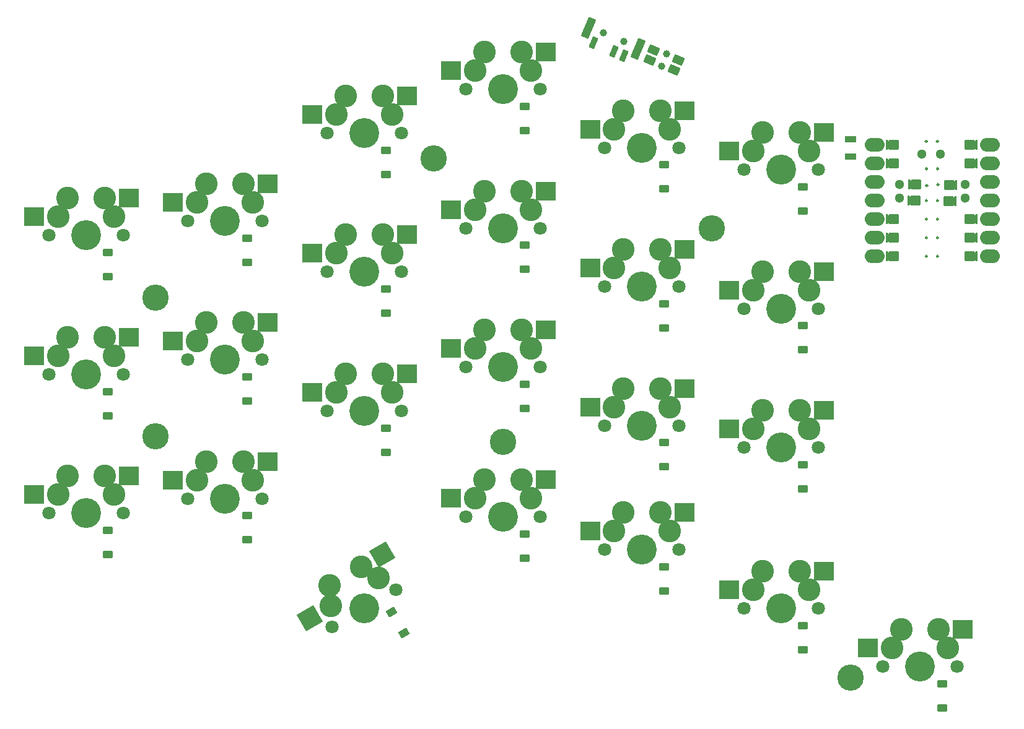
<source format=gbr>
%TF.GenerationSoftware,KiCad,Pcbnew,(6.0.9)*%
%TF.CreationDate,2023-04-16T18:35:51+02:00*%
%TF.ProjectId,iteMX_pcb,6974654d-585f-4706-9362-2e6b69636164,v1.0.0*%
%TF.SameCoordinates,Original*%
%TF.FileFunction,Soldermask,Bot*%
%TF.FilePolarity,Negative*%
%FSLAX46Y46*%
G04 Gerber Fmt 4.6, Leading zero omitted, Abs format (unit mm)*
G04 Created by KiCad (PCBNEW (6.0.9)) date 2023-04-16 18:35:51*
%MOMM*%
%LPD*%
G01*
G04 APERTURE LIST*
G04 Aperture macros list*
%AMRoundRect*
0 Rectangle with rounded corners*
0 $1 Rounding radius*
0 $2 $3 $4 $5 $6 $7 $8 $9 X,Y pos of 4 corners*
0 Add a 4 corners polygon primitive as box body*
4,1,4,$2,$3,$4,$5,$6,$7,$8,$9,$2,$3,0*
0 Add four circle primitives for the rounded corners*
1,1,$1+$1,$2,$3*
1,1,$1+$1,$4,$5*
1,1,$1+$1,$6,$7*
1,1,$1+$1,$8,$9*
0 Add four rect primitives between the rounded corners*
20,1,$1+$1,$2,$3,$4,$5,0*
20,1,$1+$1,$4,$5,$6,$7,0*
20,1,$1+$1,$6,$7,$8,$9,0*
20,1,$1+$1,$8,$9,$2,$3,0*%
%AMFreePoly0*
4,1,14,0.635355,0.435355,0.650000,0.400000,0.650000,0.200000,0.635355,0.164645,0.035355,-0.435355,0.000000,-0.450000,-0.035355,-0.435355,-0.635355,0.164645,-0.650000,0.200000,-0.650000,0.400000,-0.635355,0.435355,-0.600000,0.450000,0.600000,0.450000,0.635355,0.435355,0.635355,0.435355,$1*%
%AMFreePoly1*
4,1,16,0.635355,1.035355,0.650000,1.000000,0.650000,-0.250000,0.635355,-0.285355,0.600000,-0.300000,-0.600000,-0.300000,-0.635355,-0.285355,-0.650000,-0.250000,-0.650000,1.000000,-0.635355,1.035355,-0.600000,1.050000,-0.564645,1.035355,0.000000,0.470710,0.564645,1.035355,0.600000,1.050000,0.635355,1.035355,0.635355,1.035355,$1*%
G04 Aperture macros list end*
%ADD10C,0.250000*%
%ADD11C,0.100000*%
%ADD12C,1.801800*%
%ADD13C,3.100000*%
%ADD14C,4.087800*%
%ADD15RoundRect,0.050000X1.275000X1.250000X-1.275000X1.250000X-1.275000X-1.250000X1.275000X-1.250000X0*%
%ADD16C,3.600000*%
%ADD17C,1.000000*%
%ADD18RoundRect,0.050000X-0.989890X-1.064585X-0.068027X-1.452101X0.989890X1.064585X0.068027X1.452101X0*%
%ADD19RoundRect,0.050000X-0.613289X-0.555767X0.032015X-0.827028X0.613289X0.555767X-0.032015X0.827028X0*%
%ADD20RoundRect,0.050000X0.744615X-0.089711X0.294615X0.689711X-0.744615X0.089711X-0.294615X-0.689711X0*%
%ADD21RoundRect,0.050000X0.600000X-0.450000X0.600000X0.450000X-0.600000X0.450000X-0.600000X-0.450000X0*%
%ADD22FreePoly0,90.000000*%
%ADD23O,2.700000X1.900000*%
%ADD24FreePoly0,270.000000*%
%ADD25FreePoly1,90.000000*%
%ADD26C,1.300000*%
%ADD27FreePoly1,270.000000*%
%ADD28RoundRect,0.050000X0.441859X-0.755239X0.848750X0.212717X-0.441859X0.755239X-0.848750X-0.212717X0*%
%ADD29RoundRect,0.050000X0.479182X1.720032X-1.729182X0.445032X-0.479182X-1.720032X1.729182X-0.445032X0*%
%ADD30RoundRect,0.050000X0.750000X-0.400000X0.750000X0.400000X-0.750000X0.400000X-0.750000X-0.400000X0*%
G04 APERTURE END LIST*
D10*
%TO.C,REF\u002A\u002A*%
X116574000Y44975000D02*
G75*
G03*
X116574000Y44975000I-125000J0D01*
G01*
X116517000Y42772000D02*
G75*
G03*
X116517000Y42772000I-125000J0D01*
G01*
X115050000Y44825000D02*
G75*
G03*
X115050000Y44825000I-125000J0D01*
G01*
X114993000Y35152000D02*
G75*
G03*
X114993000Y35152000I-125000J0D01*
G01*
X114995000Y47120000D02*
G75*
G03*
X114995000Y47120000I-125000J0D01*
G01*
X114993000Y42772000D02*
G75*
G03*
X114993000Y42772000I-125000J0D01*
G01*
X114993000Y40232000D02*
G75*
G03*
X114993000Y40232000I-125000J0D01*
G01*
X116519000Y47120000D02*
G75*
G03*
X116519000Y47120000I-125000J0D01*
G01*
X114993000Y37692000D02*
G75*
G03*
X114993000Y37692000I-125000J0D01*
G01*
X114985000Y50885000D02*
G75*
G03*
X114985000Y50885000I-125000J0D01*
G01*
X116509000Y50885000D02*
G75*
G03*
X116509000Y50885000I-125000J0D01*
G01*
X116517000Y40232000D02*
G75*
G03*
X116517000Y40232000I-125000J0D01*
G01*
X116517000Y37692000D02*
G75*
G03*
X116517000Y37692000I-125000J0D01*
G01*
X116517000Y35152000D02*
G75*
G03*
X116517000Y35152000I-125000J0D01*
G01*
G36*
X118800000Y42210000D02*
G01*
X117784000Y42210000D01*
X117784000Y43226000D01*
X118800000Y43226000D01*
X118800000Y42210000D01*
G37*
D11*
X118800000Y42210000D02*
X117784000Y42210000D01*
X117784000Y43226000D01*
X118800000Y43226000D01*
X118800000Y42210000D01*
G36*
X110550000Y49884000D02*
G01*
X109534000Y49884000D01*
X109534000Y50900000D01*
X110550000Y50900000D01*
X110550000Y49884000D01*
G37*
X110550000Y49884000D02*
X109534000Y49884000D01*
X109534000Y50900000D01*
X110550000Y50900000D01*
X110550000Y49884000D01*
G36*
X113557000Y44467000D02*
G01*
X112541000Y44467000D01*
X112541000Y45483000D01*
X113557000Y45483000D01*
X113557000Y44467000D01*
G37*
X113557000Y44467000D02*
X112541000Y44467000D01*
X112541000Y45483000D01*
X113557000Y45483000D01*
X113557000Y44467000D01*
G36*
X110550000Y39724000D02*
G01*
X109534000Y39724000D01*
X109534000Y40740000D01*
X110550000Y40740000D01*
X110550000Y39724000D01*
G37*
X110550000Y39724000D02*
X109534000Y39724000D01*
X109534000Y40740000D01*
X110550000Y40740000D01*
X110550000Y39724000D01*
G36*
X110550000Y37184000D02*
G01*
X109534000Y37184000D01*
X109534000Y38200000D01*
X110550000Y38200000D01*
X110550000Y37184000D01*
G37*
X110550000Y37184000D02*
X109534000Y37184000D01*
X109534000Y38200000D01*
X110550000Y38200000D01*
X110550000Y37184000D01*
G36*
X121726000Y49884000D02*
G01*
X120710000Y49884000D01*
X120710000Y50900000D01*
X121726000Y50900000D01*
X121726000Y49884000D01*
G37*
X121726000Y49884000D02*
X120710000Y49884000D01*
X120710000Y50900000D01*
X121726000Y50900000D01*
X121726000Y49884000D01*
G36*
X118857000Y44413000D02*
G01*
X117841000Y44413000D01*
X117841000Y45429000D01*
X118857000Y45429000D01*
X118857000Y44413000D01*
G37*
X118857000Y44413000D02*
X117841000Y44413000D01*
X117841000Y45429000D01*
X118857000Y45429000D01*
X118857000Y44413000D01*
G36*
X121726000Y37184000D02*
G01*
X120710000Y37184000D01*
X120710000Y38200000D01*
X121726000Y38200000D01*
X121726000Y37184000D01*
G37*
X121726000Y37184000D02*
X120710000Y37184000D01*
X120710000Y38200000D01*
X121726000Y38200000D01*
X121726000Y37184000D01*
G36*
X121726000Y47344000D02*
G01*
X120710000Y47344000D01*
X120710000Y48360000D01*
X121726000Y48360000D01*
X121726000Y47344000D01*
G37*
X121726000Y47344000D02*
X120710000Y47344000D01*
X120710000Y48360000D01*
X121726000Y48360000D01*
X121726000Y47344000D01*
G36*
X113500000Y42264000D02*
G01*
X112484000Y42264000D01*
X112484000Y43280000D01*
X113500000Y43280000D01*
X113500000Y42264000D01*
G37*
X113500000Y42264000D02*
X112484000Y42264000D01*
X112484000Y43280000D01*
X113500000Y43280000D01*
X113500000Y42264000D01*
G36*
X110550000Y34644000D02*
G01*
X109534000Y34644000D01*
X109534000Y35660000D01*
X110550000Y35660000D01*
X110550000Y34644000D01*
G37*
X110550000Y34644000D02*
X109534000Y34644000D01*
X109534000Y35660000D01*
X110550000Y35660000D01*
X110550000Y34644000D01*
G36*
X121726000Y39724000D02*
G01*
X120710000Y39724000D01*
X120710000Y40740000D01*
X121726000Y40740000D01*
X121726000Y39724000D01*
G37*
X121726000Y39724000D02*
X120710000Y39724000D01*
X120710000Y40740000D01*
X121726000Y40740000D01*
X121726000Y39724000D01*
G36*
X110550000Y47344000D02*
G01*
X109534000Y47344000D01*
X109534000Y48360000D01*
X110550000Y48360000D01*
X110550000Y47344000D01*
G37*
X110550000Y47344000D02*
X109534000Y47344000D01*
X109534000Y48360000D01*
X110550000Y48360000D01*
X110550000Y47344000D01*
G36*
X121726000Y34644000D02*
G01*
X120710000Y34644000D01*
X120710000Y35660000D01*
X121726000Y35660000D01*
X121726000Y34644000D01*
G37*
X121726000Y34644000D02*
X120710000Y34644000D01*
X120710000Y35660000D01*
X121726000Y35660000D01*
X121726000Y34644000D01*
%TD*%
D12*
%TO.C,S3*%
X-5080000Y38000000D03*
D13*
X-3810000Y40540000D03*
X3810000Y40540000D03*
X-2540000Y43080000D03*
D14*
X0Y38000000D03*
D12*
X5080000Y38000000D03*
D13*
X2540000Y43080000D03*
D15*
X-7085000Y40540000D03*
X5842000Y43080000D03*
%TD*%
D16*
%TO.C,*%
X104500000Y-22500000D03*
%TD*%
D17*
%TO.C,*%
X73510675Y64522941D03*
D18*
X75436491Y63556113D03*
D17*
X70745085Y65685488D03*
D18*
X68706890Y66384977D03*
D17*
X70745085Y65685488D03*
X73510675Y64522941D03*
D19*
X69371661Y64353646D03*
X72137250Y63191099D03*
X73520045Y62609826D03*
%TD*%
D13*
%TO.C,S2*%
X-2540000Y24080000D03*
X-3810000Y21540000D03*
X2540000Y24080000D03*
X3810000Y21540000D03*
D12*
X-5080000Y19000000D03*
D14*
X0Y19000000D03*
D12*
X5080000Y19000000D03*
D15*
X-7085000Y21540000D03*
X5842000Y24080000D03*
%TD*%
D13*
%TO.C,S1*%
X2540000Y5080000D03*
D12*
X-5080000Y0D03*
X5080000Y0D03*
D13*
X3810000Y2540000D03*
X-3810000Y2540000D03*
D14*
X0Y0D03*
D13*
X-2540000Y5080000D03*
D15*
X-7085000Y2540000D03*
X5842000Y5080000D03*
%TD*%
D13*
%TO.C,S8*%
X35460000Y38080000D03*
D12*
X32920000Y33000000D03*
D14*
X38000000Y33000000D03*
D13*
X34190000Y35540000D03*
D12*
X43080000Y33000000D03*
D13*
X41810000Y35540000D03*
X40540000Y38080000D03*
D15*
X30915000Y35540000D03*
X43842000Y38080000D03*
%TD*%
D20*
%TO.C,D19*%
X43423076Y-16393044D03*
X41773076Y-13535160D03*
%TD*%
D12*
%TO.C,S22*%
X89920000Y-13000000D03*
D13*
X91190000Y-10460000D03*
X92460000Y-7920000D03*
X98810000Y-10460000D03*
D14*
X95000000Y-13000000D03*
D13*
X97540000Y-7920000D03*
D12*
X100080000Y-13000000D03*
D15*
X87915000Y-10460000D03*
X100842000Y-7920000D03*
%TD*%
D13*
%TO.C,S10*%
X60810000Y22540000D03*
X59540000Y25080000D03*
D12*
X62080000Y20000000D03*
D14*
X57000000Y20000000D03*
D13*
X53190000Y22540000D03*
D12*
X51920000Y20000000D03*
D13*
X54460000Y25080000D03*
D15*
X49915000Y22540000D03*
X62842000Y25080000D03*
%TD*%
D21*
%TO.C,D18*%
X98000000Y41350000D03*
X98000000Y44650000D03*
%TD*%
D13*
%TO.C,S5*%
X21540000Y26080000D03*
D14*
X19000000Y21000000D03*
D12*
X24080000Y21000000D03*
D13*
X16460000Y26080000D03*
X22810000Y23540000D03*
X15190000Y23540000D03*
D12*
X13920000Y21000000D03*
D15*
X11915000Y23540000D03*
X24842000Y26080000D03*
%TD*%
D21*
%TO.C,D15*%
X79000000Y44350000D03*
X79000000Y47650000D03*
%TD*%
%TO.C,D10*%
X60000000Y14350000D03*
X60000000Y17650000D03*
%TD*%
D16*
%TO.C,*%
X9500000Y29500000D03*
%TD*%
D21*
%TO.C,D20*%
X60000000Y-6150000D03*
X60000000Y-2850000D03*
%TD*%
D22*
%TO.C,REF\u002A\u002A*%
X109788000Y47852000D03*
D23*
X123530000Y50400000D03*
D24*
X121472000Y37692000D03*
D23*
X107830000Y40240000D03*
X107830000Y35160000D03*
X107830000Y42780000D03*
D24*
X121472000Y50392000D03*
D23*
X123530000Y40240000D03*
X123530000Y35160000D03*
X123530000Y45320000D03*
D22*
X112738000Y42772000D03*
D23*
X107830000Y45320000D03*
X107830000Y50400000D03*
X123530000Y47860000D03*
X123530000Y42780000D03*
D24*
X118546000Y42718000D03*
D22*
X109788000Y35152000D03*
D24*
X121472000Y35152000D03*
D23*
X123530000Y37700000D03*
D24*
X118603000Y44921000D03*
X121472000Y40232000D03*
D22*
X109788000Y37692000D03*
X112795000Y44975000D03*
X109788000Y50392000D03*
D23*
X107830000Y47860000D03*
D22*
X109788000Y40232000D03*
D23*
X107830000Y37700000D03*
D24*
X121472000Y47852000D03*
D25*
X110804000Y50392000D03*
D26*
X120138100Y45000000D03*
X111171900Y44990000D03*
D25*
X110804000Y47852000D03*
X113811000Y44975000D03*
X113754000Y42772000D03*
X110804000Y40232000D03*
X110804000Y37692000D03*
X110804000Y35152000D03*
D27*
X120456000Y35152000D03*
X120456000Y37692000D03*
X120456000Y40232000D03*
X117530000Y42718000D03*
X117587000Y44921000D03*
X120456000Y47852000D03*
X120456000Y50392000D03*
D26*
X120138100Y43091000D03*
X111171900Y43081000D03*
X114230000Y49104000D03*
X116770000Y49104000D03*
%TD*%
D13*
%TO.C,S4*%
X16460000Y7080000D03*
X22810000Y4540000D03*
X21540000Y7080000D03*
D12*
X13920000Y2000000D03*
D13*
X15190000Y4540000D03*
D14*
X19000000Y2000000D03*
D12*
X24080000Y2000000D03*
D15*
X11915000Y4540000D03*
X24842000Y7080000D03*
%TD*%
D14*
%TO.C,S20*%
X57000000Y-500000D03*
D13*
X59540000Y4580000D03*
X53190000Y2040000D03*
X60810000Y2040000D03*
D12*
X51920000Y-500000D03*
D13*
X54460000Y4580000D03*
D12*
X62080000Y-500000D03*
D15*
X49915000Y2040000D03*
X62842000Y4580000D03*
%TD*%
D21*
%TO.C,D3*%
X3000000Y32350000D03*
X3000000Y35650000D03*
%TD*%
%TO.C,D1*%
X3000000Y-5650000D03*
X3000000Y-2350000D03*
%TD*%
%TO.C,D9*%
X41000000Y46350000D03*
X41000000Y49650000D03*
%TD*%
D16*
%TO.C,*%
X9500000Y10500000D03*
%TD*%
D12*
%TO.C,S6*%
X13920000Y40000000D03*
D13*
X22810000Y42540000D03*
D14*
X19000000Y40000000D03*
D13*
X16460000Y45080000D03*
X15190000Y42540000D03*
X21540000Y45080000D03*
D12*
X24080000Y40000000D03*
D15*
X11915000Y42540000D03*
X24842000Y45080000D03*
%TD*%
D21*
%TO.C,D8*%
X41000000Y27350000D03*
X41000000Y30650000D03*
%TD*%
D12*
%TO.C,S14*%
X81080000Y31000000D03*
D13*
X73460000Y36080000D03*
X78540000Y36080000D03*
X79810000Y33540000D03*
D12*
X70920000Y31000000D03*
D13*
X72190000Y33540000D03*
D14*
X76000000Y31000000D03*
D15*
X68915000Y33540000D03*
X81842000Y36080000D03*
%TD*%
D13*
%TO.C,S13*%
X79810000Y14540000D03*
D12*
X81080000Y12000000D03*
D13*
X78540000Y17080000D03*
D12*
X70920000Y12000000D03*
D13*
X73460000Y17080000D03*
X72190000Y14540000D03*
D14*
X76000000Y12000000D03*
D15*
X68915000Y14540000D03*
X81842000Y17080000D03*
%TD*%
D12*
%TO.C,S15*%
X70920000Y50000000D03*
D14*
X76000000Y50000000D03*
D13*
X78540000Y55080000D03*
D12*
X81080000Y50000000D03*
D13*
X72190000Y52540000D03*
X73460000Y55080000D03*
X79810000Y52540000D03*
D15*
X68915000Y52540000D03*
X81842000Y55080000D03*
%TD*%
D14*
%TO.C,S11*%
X57000000Y39000000D03*
D13*
X53190000Y41540000D03*
X59540000Y44080000D03*
D12*
X62080000Y39000000D03*
X51920000Y39000000D03*
D13*
X60810000Y41540000D03*
X54460000Y44080000D03*
D15*
X49915000Y41540000D03*
X62842000Y44080000D03*
%TD*%
D21*
%TO.C,D13*%
X79000000Y6350000D03*
X79000000Y9650000D03*
%TD*%
D17*
%TO.C,REF\u002A\u002A*%
X78651236Y61170323D03*
X79348764Y62829677D03*
X79348764Y62829677D03*
X78651236Y61170323D03*
D28*
X80940302Y61970823D03*
X77621595Y63365879D03*
X80378405Y60634121D03*
X77059698Y62029177D03*
%TD*%
D21*
%TO.C,D23*%
X117000000Y-26650000D03*
X117000000Y-23350000D03*
%TD*%
%TO.C,D5*%
X22000000Y15350000D03*
X22000000Y18650000D03*
%TD*%
D16*
%TO.C,*%
X57000000Y9750000D03*
%TD*%
D13*
%TO.C,S21*%
X72190000Y-2460000D03*
D14*
X76000000Y-5000000D03*
D13*
X78540000Y80000D03*
X73460000Y80000D03*
X79810000Y-2460000D03*
D12*
X81080000Y-5000000D03*
X70920000Y-5000000D03*
D15*
X68915000Y-2460000D03*
X81842000Y80000D03*
%TD*%
D21*
%TO.C,D12*%
X60000000Y52350000D03*
X60000000Y55650000D03*
%TD*%
D14*
%TO.C,S12*%
X57000000Y58000000D03*
D13*
X60810000Y60540000D03*
X53190000Y60540000D03*
D12*
X62080000Y58000000D03*
X51920000Y58000000D03*
D13*
X59540000Y63080000D03*
X54460000Y63080000D03*
D15*
X49915000Y60540000D03*
X62842000Y63080000D03*
%TD*%
D13*
%TO.C,S16*%
X98810000Y11540000D03*
X97540000Y14080000D03*
D12*
X100080000Y9000000D03*
D14*
X95000000Y9000000D03*
D13*
X92460000Y14080000D03*
D12*
X89920000Y9000000D03*
D13*
X91190000Y11540000D03*
D15*
X87915000Y11540000D03*
X100842000Y14080000D03*
%TD*%
D21*
%TO.C,D21*%
X79000000Y-10650000D03*
X79000000Y-7350000D03*
%TD*%
%TO.C,D17*%
X98000000Y22350000D03*
X98000000Y25650000D03*
%TD*%
%TO.C,D16*%
X98000000Y3350000D03*
X98000000Y6650000D03*
%TD*%
D13*
%TO.C,S18*%
X91190000Y49540000D03*
D14*
X95000000Y47000000D03*
D12*
X89920000Y47000000D03*
X100080000Y47000000D03*
D13*
X98810000Y49540000D03*
X92460000Y52080000D03*
X97540000Y52080000D03*
D15*
X87915000Y49540000D03*
X100842000Y52080000D03*
%TD*%
D14*
%TO.C,S19*%
X38000000Y-13000000D03*
D13*
X33260295Y-9870591D03*
D12*
X33600591Y-15540000D03*
D13*
X33430443Y-12705295D03*
D12*
X42399409Y-10460000D03*
D13*
X40029557Y-8895295D03*
X37659705Y-7330591D03*
D29*
X30594210Y-14342795D03*
X40519320Y-5679591D03*
%TD*%
D21*
%TO.C,D11*%
X60000000Y33350000D03*
X60000000Y36650000D03*
%TD*%
D13*
%TO.C,S7*%
X34190000Y16540000D03*
D12*
X32920000Y14000000D03*
D13*
X35460000Y19080000D03*
X41810000Y16540000D03*
X40540000Y19080000D03*
D14*
X38000000Y14000000D03*
D12*
X43080000Y14000000D03*
D15*
X30915000Y16540000D03*
X43842000Y19080000D03*
%TD*%
D21*
%TO.C,D14*%
X79000000Y25350000D03*
X79000000Y28650000D03*
%TD*%
%TO.C,D4*%
X22000000Y-3650000D03*
X22000000Y-350000D03*
%TD*%
D30*
%TO.C,D25*%
X104500000Y48800000D03*
X104500000Y51200000D03*
%TD*%
D16*
%TO.C,*%
X85500000Y39000000D03*
%TD*%
D21*
%TO.C,D7*%
X41000000Y8350000D03*
X41000000Y11650000D03*
%TD*%
D13*
%TO.C,S9*%
X41810000Y54540000D03*
D12*
X43080000Y52000000D03*
D14*
X38000000Y52000000D03*
D13*
X40540000Y57080000D03*
X34190000Y54540000D03*
X35460000Y57080000D03*
D12*
X32920000Y52000000D03*
D15*
X30915000Y54540000D03*
X43842000Y57080000D03*
%TD*%
D21*
%TO.C,D2*%
X3000000Y13350000D03*
X3000000Y16650000D03*
%TD*%
%TO.C,D6*%
X22000000Y34350000D03*
X22000000Y37650000D03*
%TD*%
D14*
%TO.C,S23*%
X114000000Y-21000000D03*
D13*
X111460000Y-15920000D03*
X116540000Y-15920000D03*
D12*
X119080000Y-21000000D03*
D13*
X117810000Y-18460000D03*
X110190000Y-18460000D03*
D12*
X108920000Y-21000000D03*
D15*
X106915000Y-18460000D03*
X119842000Y-15920000D03*
%TD*%
D21*
%TO.C,D22*%
X98000000Y-18650000D03*
X98000000Y-15350000D03*
%TD*%
D13*
%TO.C,S17*%
X98810000Y30540000D03*
X92460000Y33080000D03*
X97540000Y33080000D03*
D12*
X89920000Y28000000D03*
X100080000Y28000000D03*
D14*
X95000000Y28000000D03*
D13*
X91190000Y30540000D03*
D15*
X87915000Y30540000D03*
X100842000Y33080000D03*
%TD*%
D16*
%TO.C,*%
X47500000Y48500000D03*
%TD*%
M02*

</source>
